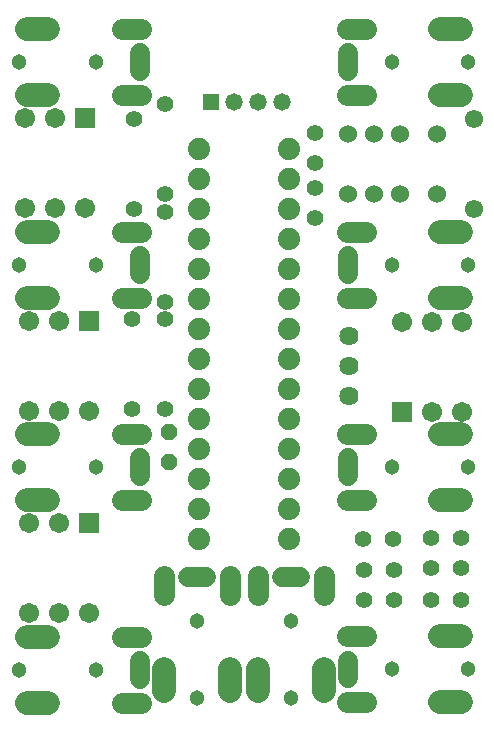
<source format=gts>
G04 EAGLE Gerber RS-274X export*
G75*
%MOMM*%
%FSLAX34Y34*%
%LPD*%
%INSoldermask Top*%
%IPPOS*%
%AMOC8*
5,1,8,0,0,1.08239X$1,22.5*%
G01*
%ADD10C,1.403200*%
%ADD11C,1.523200*%
%ADD12R,1.703200X1.703200*%
%ADD13C,1.703200*%
%ADD14C,1.703200*%
%ADD15C,1.803200*%
%ADD16C,2.003200*%
%ADD17C,1.303200*%
%ADD18C,1.625600*%
%ADD19C,1.553200*%
%ADD20C,1.879600*%
%ADD21P,1.539592X8X292.500000*%
%ADD22R,1.473200X1.473200*%
%ADD23C,1.473200*%


D10*
X143010Y522500D03*
X143010Y446300D03*
X117090Y509630D03*
X117090Y433430D03*
X115170Y340840D03*
X115170Y264640D03*
D11*
X373910Y497120D03*
X341910Y497120D03*
X319910Y497120D03*
X297910Y497120D03*
X297910Y446320D03*
X319910Y446320D03*
X341910Y446320D03*
X373910Y446320D03*
D12*
X78933Y168200D03*
D13*
X53533Y168200D03*
X28133Y168200D03*
X28133Y92000D03*
X53533Y92000D03*
X78933Y92000D03*
D14*
X122000Y51300D02*
X122000Y36300D01*
D15*
X123000Y71800D02*
X107000Y71800D01*
X107000Y15800D02*
X123000Y15800D01*
D16*
X44000Y71800D02*
X26000Y71800D01*
X26000Y15800D02*
X44000Y15800D01*
D17*
X20000Y43800D03*
X85000Y43800D03*
D14*
X298000Y550500D02*
X298000Y565500D01*
D15*
X297000Y530000D02*
X313000Y530000D01*
X313000Y586000D02*
X297000Y586000D01*
D16*
X376000Y530000D02*
X394000Y530000D01*
X394000Y586000D02*
X376000Y586000D01*
D17*
X400000Y558000D03*
X335000Y558000D03*
D14*
X122000Y222700D02*
X122000Y207700D01*
D15*
X123000Y243200D02*
X107000Y243200D01*
X107000Y187200D02*
X123000Y187200D01*
D16*
X44000Y243200D02*
X26000Y243200D01*
X26000Y187200D02*
X44000Y187200D01*
D17*
X20000Y215200D03*
X85000Y215200D03*
D14*
X122000Y550500D02*
X122000Y565500D01*
D15*
X123000Y586000D02*
X107000Y586000D01*
X107000Y530000D02*
X123000Y530000D01*
D16*
X44000Y586000D02*
X26000Y586000D01*
X26000Y530000D02*
X44000Y530000D01*
D17*
X20000Y558000D03*
X85000Y558000D03*
D12*
X78867Y338600D03*
D13*
X53467Y338600D03*
X28067Y338600D03*
X28067Y262400D03*
X53467Y262400D03*
X78867Y262400D03*
D12*
X343600Y262300D03*
D13*
X369000Y262300D03*
X394400Y262300D03*
X394400Y338500D03*
X369000Y338500D03*
X343600Y338500D03*
D18*
X299150Y275600D03*
X299150Y326400D03*
X299150Y301000D03*
D10*
X143400Y264500D03*
X143400Y340700D03*
D14*
X298100Y51500D02*
X298100Y36500D01*
D15*
X297100Y16000D02*
X313100Y16000D01*
X313100Y72000D02*
X297100Y72000D01*
D16*
X376100Y16000D02*
X394100Y16000D01*
X394100Y72000D02*
X376100Y72000D01*
D17*
X400100Y44000D03*
X335100Y44000D03*
D19*
X404600Y434150D03*
X404600Y510350D03*
D14*
X298000Y222700D02*
X298000Y207700D01*
D15*
X297000Y187200D02*
X313000Y187200D01*
X313000Y243200D02*
X297000Y243200D01*
D16*
X376000Y187200D02*
X394000Y187200D01*
X394000Y243200D02*
X376000Y243200D01*
D17*
X400000Y215200D03*
X335000Y215200D03*
D14*
X298000Y379100D02*
X298000Y394100D01*
D15*
X297000Y358600D02*
X313000Y358600D01*
X313000Y414600D02*
X297000Y414600D01*
D16*
X376000Y358600D02*
X394000Y358600D01*
X394000Y414600D02*
X376000Y414600D01*
D17*
X400000Y386600D03*
X335000Y386600D03*
D10*
X143500Y431500D03*
X143500Y355300D03*
D14*
X122000Y379100D02*
X122000Y394100D01*
D15*
X123000Y414600D02*
X107000Y414600D01*
X107000Y358600D02*
X123000Y358600D01*
D16*
X44000Y414600D02*
X26000Y414600D01*
X26000Y358600D02*
X44000Y358600D01*
D17*
X20000Y386600D03*
X85000Y386600D03*
D12*
X75500Y510650D03*
D13*
X50100Y510650D03*
X24700Y510650D03*
X24700Y434450D03*
X50100Y434450D03*
X75500Y434450D03*
D20*
X171900Y485000D03*
X171900Y459600D03*
X171900Y434200D03*
X171900Y408800D03*
X171900Y383400D03*
X171900Y358000D03*
X171900Y332600D03*
X171900Y307200D03*
X171900Y281800D03*
X171900Y256400D03*
X171900Y231000D03*
X171900Y205600D03*
X171900Y180200D03*
X171900Y154800D03*
X248100Y154800D03*
X248100Y180200D03*
X248100Y205600D03*
X248100Y231000D03*
X248100Y256400D03*
X248100Y281800D03*
X248100Y307200D03*
X248100Y332600D03*
X248100Y358000D03*
X248100Y383400D03*
X248100Y408800D03*
X248100Y434200D03*
X248100Y459600D03*
X248100Y485000D03*
D14*
X177500Y122000D02*
X162500Y122000D01*
D15*
X142000Y123000D02*
X142000Y107000D01*
X198000Y107000D02*
X198000Y123000D01*
D16*
X142000Y44000D02*
X142000Y26000D01*
X198000Y26000D02*
X198000Y44000D01*
D17*
X170000Y20000D03*
X170000Y85000D03*
D14*
X242500Y122000D02*
X257500Y122000D01*
D15*
X222000Y123000D02*
X222000Y107000D01*
X278000Y107000D02*
X278000Y123000D01*
D16*
X222000Y44000D02*
X222000Y26000D01*
X278000Y26000D02*
X278000Y44000D01*
D17*
X250000Y20000D03*
X250000Y85000D03*
D21*
X146300Y244800D03*
X146300Y219400D03*
D22*
X182000Y524200D03*
D23*
X202000Y524200D03*
X222000Y524200D03*
X242000Y524200D03*
D10*
X311800Y102800D03*
X337200Y102800D03*
X311400Y128500D03*
X336800Y128500D03*
X393800Y129600D03*
X368400Y129600D03*
X311100Y154300D03*
X336500Y154300D03*
X394100Y102600D03*
X368700Y102600D03*
X394000Y155400D03*
X368600Y155400D03*
X270300Y426300D03*
X270300Y451700D03*
X270400Y497900D03*
X270400Y472500D03*
M02*

</source>
